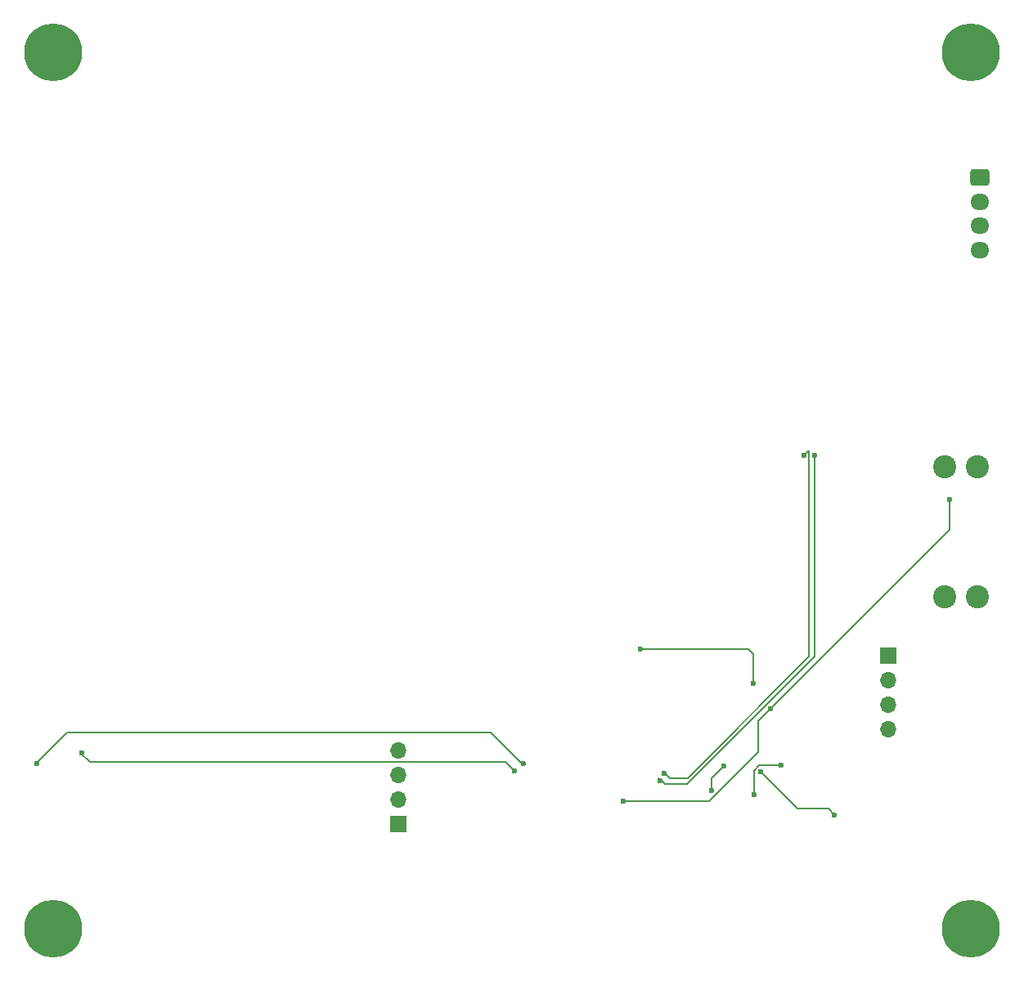
<source format=gbr>
%TF.GenerationSoftware,KiCad,Pcbnew,8.0.4-8.0.4-0~ubuntu22.04.1*%
%TF.CreationDate,2024-08-29T14:54:41-03:00*%
%TF.ProjectId,communication_board,636f6d6d-756e-4696-9361-74696f6e5f62,rev?*%
%TF.SameCoordinates,Original*%
%TF.FileFunction,Copper,L2,Bot*%
%TF.FilePolarity,Positive*%
%FSLAX46Y46*%
G04 Gerber Fmt 4.6, Leading zero omitted, Abs format (unit mm)*
G04 Created by KiCad (PCBNEW 8.0.4-8.0.4-0~ubuntu22.04.1) date 2024-08-29 14:54:41*
%MOMM*%
%LPD*%
G01*
G04 APERTURE LIST*
G04 Aperture macros list*
%AMRoundRect*
0 Rectangle with rounded corners*
0 $1 Rounding radius*
0 $2 $3 $4 $5 $6 $7 $8 $9 X,Y pos of 4 corners*
0 Add a 4 corners polygon primitive as box body*
4,1,4,$2,$3,$4,$5,$6,$7,$8,$9,$2,$3,0*
0 Add four circle primitives for the rounded corners*
1,1,$1+$1,$2,$3*
1,1,$1+$1,$4,$5*
1,1,$1+$1,$6,$7*
1,1,$1+$1,$8,$9*
0 Add four rect primitives between the rounded corners*
20,1,$1+$1,$2,$3,$4,$5,0*
20,1,$1+$1,$4,$5,$6,$7,0*
20,1,$1+$1,$6,$7,$8,$9,0*
20,1,$1+$1,$8,$9,$2,$3,0*%
G04 Aperture macros list end*
%TA.AperFunction,ComponentPad*%
%ADD10C,0.800000*%
%TD*%
%TA.AperFunction,ComponentPad*%
%ADD11C,6.000000*%
%TD*%
%TA.AperFunction,ComponentPad*%
%ADD12R,1.700000X1.700000*%
%TD*%
%TA.AperFunction,ComponentPad*%
%ADD13O,1.700000X1.700000*%
%TD*%
%TA.AperFunction,ComponentPad*%
%ADD14RoundRect,0.250000X-0.725000X0.600000X-0.725000X-0.600000X0.725000X-0.600000X0.725000X0.600000X0*%
%TD*%
%TA.AperFunction,ComponentPad*%
%ADD15O,1.950000X1.700000*%
%TD*%
%TA.AperFunction,ComponentPad*%
%ADD16C,2.400000*%
%TD*%
%TA.AperFunction,ViaPad*%
%ADD17C,0.600000*%
%TD*%
%TA.AperFunction,Conductor*%
%ADD18C,0.200000*%
%TD*%
G04 APERTURE END LIST*
D10*
%TO.P,REF\u002A\u002A,1*%
%TO.N,N/C*%
X196050000Y-28300000D03*
X196709010Y-26709010D03*
X196709010Y-29890990D03*
X198300000Y-26050000D03*
D11*
X198300000Y-28300000D03*
D10*
X198300000Y-30550000D03*
X199890990Y-26709010D03*
X199890990Y-29890990D03*
X200550000Y-28300000D03*
%TD*%
%TO.P,REF\u002A\u002A,1*%
%TO.N,N/C*%
X196050000Y-119100000D03*
X196709010Y-117509010D03*
X196709010Y-120690990D03*
X198300000Y-116850000D03*
D11*
X198300000Y-119100000D03*
D10*
X198300000Y-121350000D03*
X199890990Y-117509010D03*
X199890990Y-120690990D03*
X200550000Y-119100000D03*
%TD*%
D12*
%TO.P,J2,1,Pin_1*%
%TO.N,GNDREF*%
X139000000Y-108300000D03*
D13*
%TO.P,J2,2,Pin_2*%
%TO.N,USB_PWR*%
X139000000Y-105760000D03*
%TO.P,J2,3,Pin_3*%
%TO.N,Net-(J2-Pin_3)*%
X139000000Y-103220000D03*
%TO.P,J2,4,Pin_4*%
%TO.N,Net-(J2-Pin_4)*%
X139000000Y-100680000D03*
%TD*%
D10*
%TO.P,REF\u002A\u002A,1*%
%TO.N,N/C*%
X101050000Y-119100000D03*
X101709010Y-117509010D03*
X101709010Y-120690990D03*
X103300000Y-116850000D03*
D11*
X103300000Y-119100000D03*
D10*
X103300000Y-121350000D03*
X104890990Y-117509010D03*
X104890990Y-120690990D03*
X105550000Y-119100000D03*
%TD*%
D12*
%TO.P,J1,1,Pin_1*%
%TO.N,Net-(J1-Pin_1)*%
X189738000Y-90805000D03*
D13*
%TO.P,J1,2,Pin_2*%
%TO.N,USB_D-*%
X189738000Y-93345000D03*
%TO.P,J1,3,Pin_3*%
%TO.N,USB_D+*%
X189738000Y-95885000D03*
%TO.P,J1,4,Pin_4*%
%TO.N,GNDREF*%
X189738000Y-98425000D03*
%TD*%
D14*
%TO.P,J4,1,1*%
%TO.N,GNDREF*%
X199200000Y-41300000D03*
D15*
%TO.P,J4,2,2*%
%TO.N,unconnected-(J4-Pad2)*%
X199200000Y-43800000D03*
%TO.P,J4,3,3*%
%TO.N,Net-(U4-A)*%
X199200000Y-46300000D03*
%TO.P,J4,4,4*%
%TO.N,Net-(U4-B)*%
X199200000Y-48800000D03*
%TD*%
D10*
%TO.P,REF\u002A\u002A,1*%
%TO.N,N/C*%
X101050000Y-28300000D03*
X101709010Y-26709010D03*
X101709010Y-29890990D03*
X103300000Y-26050000D03*
D11*
X103300000Y-28300000D03*
D10*
X103300000Y-30550000D03*
X104890990Y-26709010D03*
X104890990Y-29890990D03*
X105550000Y-28300000D03*
%TD*%
D16*
%TO.P,J3,1,1*%
%TO.N,Net-(J1-Pin_1)*%
X195531000Y-84713000D03*
%TO.P,J3,2,2*%
%TO.N,USB_PWR*%
X195531000Y-71243000D03*
%TO.P,J3,3,3*%
%TO.N,Net-(J1-Pin_1)*%
X198931000Y-84713000D03*
%TO.P,J3,4,4*%
%TO.N,USB_PWR*%
X198931000Y-71243000D03*
%TD*%
D17*
%TO.N,USB_PWR*%
X196088000Y-74676000D03*
X177546000Y-96312500D03*
X162306000Y-105918000D03*
%TO.N,Net-(U1-VD18)*%
X175768000Y-93726000D03*
X164084000Y-90170000D03*
%TO.N,3v3*%
X178600000Y-102200000D03*
X175800000Y-105200000D03*
%TO.N,Net-(HUB1-A)*%
X184150000Y-107315000D03*
X176530000Y-102870000D03*
%TO.N,Net-(U1-LED1{slash}EESCL)*%
X172720000Y-102235000D03*
X171450000Y-104775000D03*
%TO.N,Net-(D4-K)*%
X152000000Y-102000000D03*
X101600000Y-102000000D03*
%TO.N,Net-(D5-K)*%
X106200000Y-100900000D03*
X151000000Y-102750000D03*
%TO.N,MOTORS_USB_D-*%
X180975000Y-70104000D03*
X166497000Y-102997000D03*
%TO.N,MOTORS_USB_D+*%
X182118000Y-70104000D03*
X166116000Y-103759000D03*
%TD*%
D18*
%TO.N,USB_PWR*%
X176276000Y-100797529D02*
X171155529Y-105918000D01*
X196088000Y-77770500D02*
X196088000Y-74676000D01*
X177546000Y-96312500D02*
X176276000Y-97582500D01*
X176276000Y-97582500D02*
X176276000Y-100797529D01*
X177546000Y-96312500D02*
X196088000Y-77770500D01*
X171155529Y-105918000D02*
X162306000Y-105918000D01*
%TO.N,Net-(U1-VD18)*%
X164084000Y-90170000D02*
X175260000Y-90170000D01*
X175260000Y-90170000D02*
X175768000Y-90678000D01*
X175768000Y-90678000D02*
X175768000Y-93726000D01*
%TO.N,3v3*%
X175800000Y-105200000D02*
X175800000Y-102751471D01*
X176351471Y-102200000D02*
X178600000Y-102200000D01*
X175800000Y-102751471D02*
X176351471Y-102200000D01*
%TO.N,Net-(HUB1-A)*%
X180340000Y-106680000D02*
X176530000Y-102870000D01*
X183515000Y-106680000D02*
X180340000Y-106680000D01*
X184150000Y-107315000D02*
X183515000Y-106680000D01*
%TO.N,Net-(U1-LED1{slash}EESCL)*%
X171450000Y-104775000D02*
X171450000Y-103505000D01*
X171450000Y-103505000D02*
X172720000Y-102235000D01*
%TO.N,Net-(D4-K)*%
X148556000Y-98806000D02*
X104694000Y-98806000D01*
X151750000Y-102000000D02*
X148556000Y-98806000D01*
X152000000Y-102000000D02*
X151750000Y-102000000D01*
X104694000Y-98806000D02*
X101600000Y-101900000D01*
%TO.N,Net-(D5-K)*%
X107054000Y-101854000D02*
X150114000Y-101854000D01*
X151000000Y-102750000D02*
X151010000Y-102750000D01*
X106200000Y-100800000D02*
X106200000Y-100900000D01*
X106200000Y-100900000D02*
X106100000Y-100900000D01*
X106200000Y-100800000D02*
X106200000Y-100800000D01*
X106100000Y-100900000D02*
X107054000Y-101854000D01*
X151010000Y-102750000D02*
X151003000Y-102743000D01*
X150114000Y-101854000D02*
X151000000Y-102740000D01*
X151000000Y-102740000D02*
X151000000Y-102750000D01*
%TO.N,MOTORS_USB_D-*%
X166624000Y-102997000D02*
X166497000Y-102997000D01*
X180975000Y-70104000D02*
X181518000Y-69561000D01*
X181518000Y-69561000D02*
X181518000Y-90926285D01*
X181518000Y-90926285D02*
X168939285Y-103505000D01*
X167132000Y-103505000D02*
X166624000Y-102997000D01*
X168939285Y-103505000D02*
X167132000Y-103505000D01*
%TO.N,MOTORS_USB_D+*%
X182118000Y-90891971D02*
X168869971Y-104140000D01*
X168869971Y-104140000D02*
X166624000Y-104140000D01*
X166116000Y-103759000D02*
X165897000Y-103540000D01*
X166243000Y-103759000D02*
X166116000Y-103759000D01*
X182118000Y-70104000D02*
X182118000Y-90891971D01*
X166624000Y-104140000D02*
X166243000Y-103759000D01*
%TD*%
M02*

</source>
